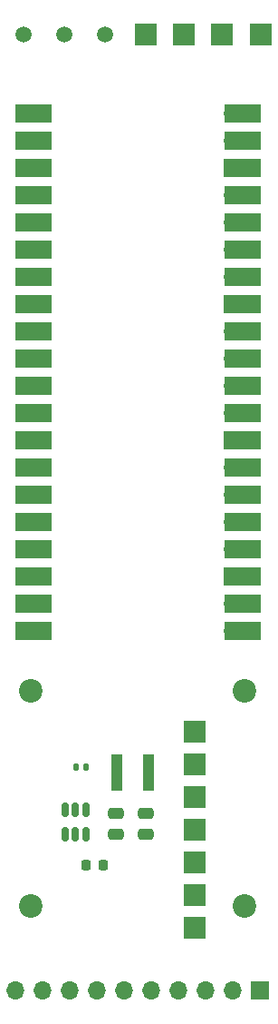
<source format=gbr>
%TF.GenerationSoftware,KiCad,Pcbnew,7.0.8*%
%TF.CreationDate,2024-02-25T19:01:47-05:00*%
%TF.ProjectId,P2,50322e6b-6963-4616-945f-706362585858,rev?*%
%TF.SameCoordinates,Original*%
%TF.FileFunction,Soldermask,Top*%
%TF.FilePolarity,Negative*%
%FSLAX46Y46*%
G04 Gerber Fmt 4.6, Leading zero omitted, Abs format (unit mm)*
G04 Created by KiCad (PCBNEW 7.0.8) date 2024-02-25 19:01:47*
%MOMM*%
%LPD*%
G01*
G04 APERTURE LIST*
G04 Aperture macros list*
%AMRoundRect*
0 Rectangle with rounded corners*
0 $1 Rounding radius*
0 $2 $3 $4 $5 $6 $7 $8 $9 X,Y pos of 4 corners*
0 Add a 4 corners polygon primitive as box body*
4,1,4,$2,$3,$4,$5,$6,$7,$8,$9,$2,$3,0*
0 Add four circle primitives for the rounded corners*
1,1,$1+$1,$2,$3*
1,1,$1+$1,$4,$5*
1,1,$1+$1,$6,$7*
1,1,$1+$1,$8,$9*
0 Add four rect primitives between the rounded corners*
20,1,$1+$1,$2,$3,$4,$5,0*
20,1,$1+$1,$4,$5,$6,$7,0*
20,1,$1+$1,$6,$7,$8,$9,0*
20,1,$1+$1,$8,$9,$2,$3,0*%
G04 Aperture macros list end*
%ADD10C,1.500000*%
%ADD11RoundRect,0.110000X-0.440000X-1.590000X0.440000X-1.590000X0.440000X1.590000X-0.440000X1.590000X0*%
%ADD12O,1.700000X1.700000*%
%ADD13R,3.500000X1.700000*%
%ADD14R,1.700000X1.700000*%
%ADD15C,2.200000*%
%ADD16R,2.000000X2.000000*%
%ADD17RoundRect,0.140000X-0.140000X-0.170000X0.140000X-0.170000X0.140000X0.170000X-0.140000X0.170000X0*%
%ADD18RoundRect,0.150000X0.150000X-0.512500X0.150000X0.512500X-0.150000X0.512500X-0.150000X-0.512500X0*%
%ADD19RoundRect,0.225000X-0.225000X-0.250000X0.225000X-0.250000X0.225000X0.250000X-0.225000X0.250000X0*%
%ADD20RoundRect,0.250000X-0.475000X0.250000X-0.475000X-0.250000X0.475000X-0.250000X0.475000X0.250000X0*%
G04 APERTURE END LIST*
D10*
%TO.C,TX0*%
X139192000Y-34798000D03*
%TD*%
D11*
%TO.C,L1*%
X147876000Y-103632000D03*
X150876000Y-103632000D03*
%TD*%
D12*
%TO.C,Pico*%
X140970000Y-42164000D03*
D13*
X140070000Y-42164000D03*
D12*
X140970000Y-44704000D03*
D13*
X140070000Y-44704000D03*
D14*
X140970000Y-47244000D03*
D13*
X140070000Y-47244000D03*
D12*
X140970000Y-49784000D03*
D13*
X140070000Y-49784000D03*
D12*
X140970000Y-52324000D03*
D13*
X140070000Y-52324000D03*
D12*
X140970000Y-54864000D03*
D13*
X140070000Y-54864000D03*
D12*
X140970000Y-57404000D03*
D13*
X140070000Y-57404000D03*
D14*
X140970000Y-59944000D03*
D13*
X140070000Y-59944000D03*
D12*
X140970000Y-62484000D03*
D13*
X140070000Y-62484000D03*
D12*
X140970000Y-65024000D03*
D13*
X140070000Y-65024000D03*
D12*
X140970000Y-67564000D03*
D13*
X140070000Y-67564000D03*
D12*
X140970000Y-70104000D03*
D13*
X140070000Y-70104000D03*
D14*
X140970000Y-72644000D03*
D13*
X140070000Y-72644000D03*
D12*
X140970000Y-75184000D03*
D13*
X140070000Y-75184000D03*
D12*
X140970000Y-77724000D03*
D13*
X140070000Y-77724000D03*
D12*
X140970000Y-80264000D03*
D13*
X140070000Y-80264000D03*
D12*
X140970000Y-82804000D03*
D13*
X140070000Y-82804000D03*
D14*
X140970000Y-85344000D03*
D13*
X140070000Y-85344000D03*
D12*
X140970000Y-87884000D03*
D13*
X140070000Y-87884000D03*
D12*
X140970000Y-90424000D03*
D13*
X140070000Y-90424000D03*
D12*
X158750000Y-90424000D03*
D13*
X159650000Y-90424000D03*
D12*
X158750000Y-87884000D03*
D13*
X159650000Y-87884000D03*
D14*
X158750000Y-85344000D03*
D13*
X159650000Y-85344000D03*
D12*
X158750000Y-82804000D03*
D13*
X159650000Y-82804000D03*
D12*
X158750000Y-80264000D03*
D13*
X159650000Y-80264000D03*
D12*
X158750000Y-77724000D03*
D13*
X159650000Y-77724000D03*
D12*
X158750000Y-75184000D03*
D13*
X159650000Y-75184000D03*
D14*
X158750000Y-72644000D03*
D13*
X159650000Y-72644000D03*
D12*
X158750000Y-70104000D03*
D13*
X159650000Y-70104000D03*
D12*
X158750000Y-67564000D03*
D13*
X159650000Y-67564000D03*
D12*
X158750000Y-65024000D03*
D13*
X159650000Y-65024000D03*
D12*
X158750000Y-62484000D03*
D13*
X159650000Y-62484000D03*
D14*
X158750000Y-59944000D03*
D13*
X159650000Y-59944000D03*
D12*
X158750000Y-57404000D03*
D13*
X159650000Y-57404000D03*
D12*
X158750000Y-54864000D03*
D13*
X159650000Y-54864000D03*
D12*
X158750000Y-52324000D03*
D13*
X159650000Y-52324000D03*
D12*
X158750000Y-49784000D03*
D13*
X159650000Y-49784000D03*
D14*
X158750000Y-47244000D03*
D13*
X159650000Y-47244000D03*
D12*
X158750000Y-44704000D03*
D13*
X159650000Y-44704000D03*
D12*
X158750000Y-42164000D03*
D13*
X159650000Y-42164000D03*
%TD*%
D15*
%TO.C,H3*%
X159860000Y-116040000D03*
%TD*%
D16*
%TO.C,ESC*%
X155194000Y-99822000D03*
X155194000Y-102870000D03*
X155194000Y-105918000D03*
X155194000Y-108966000D03*
X155194000Y-115062000D03*
X155194000Y-112014000D03*
X155194000Y-118110000D03*
%TD*%
D17*
%TO.C,C3*%
X144074000Y-103124000D03*
X145034000Y-103124000D03*
%TD*%
D18*
%TO.C,Voltage Regulator*%
X143068000Y-109341500D03*
X144018000Y-109341500D03*
X144968000Y-109341500D03*
X144968000Y-107066500D03*
X144018000Y-107066500D03*
X143068000Y-107066500D03*
%TD*%
D19*
%TO.C,C2*%
X145034000Y-112268000D03*
X146584000Y-112268000D03*
%TD*%
D10*
%TO.C,GND*%
X146812000Y-34798000D03*
%TD*%
D15*
%TO.C,H4*%
X139860000Y-116040000D03*
%TD*%
D20*
%TO.C,C4*%
X150622000Y-107442000D03*
X150622000Y-109342000D03*
%TD*%
D15*
%TO.C,H1*%
X159860000Y-96040000D03*
%TD*%
D10*
%TO.C,RX0*%
X143002000Y-34798000D03*
%TD*%
D16*
%TO.C,Radio*%
X161360000Y-34798000D03*
X157734000Y-34798000D03*
X154178000Y-34798000D03*
X150622000Y-34798000D03*
%TD*%
D14*
%TO.C,MPU-9250-Breakout*%
X161290000Y-123952000D03*
D12*
X158750000Y-123952000D03*
X156210000Y-123952000D03*
X153670000Y-123952000D03*
X151130000Y-123952000D03*
X148590000Y-123952000D03*
X146050000Y-123952000D03*
X143510000Y-123952000D03*
X140970000Y-123952000D03*
X138430000Y-123952000D03*
%TD*%
D15*
%TO.C,H2*%
X139860000Y-96040000D03*
%TD*%
D20*
%TO.C,C5*%
X147828000Y-107442000D03*
X147828000Y-109342000D03*
%TD*%
M02*

</source>
